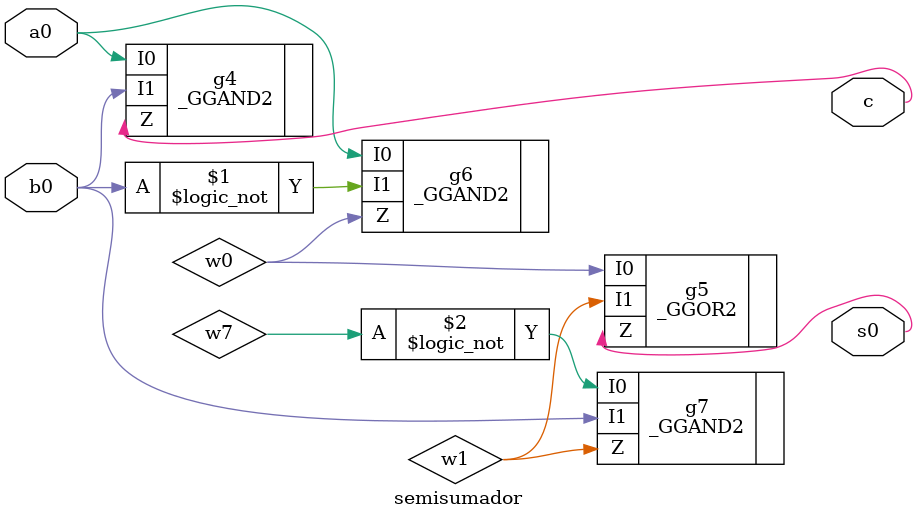
<source format=v>

`timescale 1ns/1ns

module main;    //: root_module
reg [3:0] B;    //: /sn:0 {0}(#:840,-120)(840,-105){1}
reg [3:0] A;    //: /sn:0 {0}(#:975,-82)(975,-62){1}
//: {2}(975,-61)(975,-44){3}
//: {4}(975,-43)(975,-26){5}
//: {6}(975,-25)(975,5){7}
//: {8}(975,6)(975,18){9}
reg a1;    //: /sn:0 {0}(99,138)(99,161)(170,161){1}
reg b1;    //: /sn:0 {0}(72,177)(170,177){1}
reg a0;    //: /sn:0 {0}(131,51)(131,88)(169,88){1}
reg b0;    //: /sn:0 {0}(61,70)(61,104)(169,104){1}
supply0 w9;    //: /sn:0 {0}(1196,69)(1196,66)(1163,66)(1163,81){1}
wire w6;    //: /sn:0 {0}(288,177)(424,177)(424,53){1}
wire w7;    //: /sn:0 {0}(288,161)(393,161)(393,54){1}
wire w16;    //: /sn:0 {0}(970,-43)(740,-43)(740,64){1}
wire w14;    //: /sn:0 {0}(708,-81)(708,47)(724,47)(724,64){1}
wire w19;    //: /sn:0 {0}(1229,198)(1229,211)(1064,211)(1064,58)(1048,58)(1048,65){1}
wire w4;    //: /sn:0 {0}(970,-61)(899,-61)(899,65){1}
wire w0;    //: /sn:0 {0}(834,186)(834,199)(854,199)(854,55)(867,55)(867,65){1}
wire w3;    //: /sn:0 {0}(287,88)(327,88)(327,56){1}
wire w21;    //: /sn:0 {0}(979,-25)(1080,-25)(1080,65){1}
wire w23;    //: /sn:0 {0}(832,185)(1080,185)(1080,179){1}
wire w20;    //: /sn:0 {0}(728,-81)(728,50)(1064,50)(1064,65){1}
wire w1;    //: /sn:0 {0}(718,-81)(718,51)(883,51)(883,65){1}
wire w25;    //: /sn:0 {0}(738,-81)(738,54)(1212,54)(1212,69){1}
wire w18;    //: /sn:0 {0}(740,178)(740,208)(741,208)(741,223){1}
wire w8;    //: /sn:0 {0}(708,64)(708,54)(723,54)(723,83)(884,83)(884,189)(899,189)(899,179){1}
wire w22;    //: /sn:0 {0}(1064,179)(1064,199)(1064,199)(1064,222){1}
wire w17;    //: /sn:0 {0}(724,178)(724,203)(724,203)(724,222){1}
wire [1:0] w12;    //: /sn:0 {0}(#:723,-87)(723,-106)(838,-106){1}
wire w2;    //: /sn:0 {0}(287,104)(356,104)(356,55){1}
wire w27;    //: /sn:0 {0}(1212,183)(1212,197)(1212,197)(1212,222){1}
wire w5;    //: /sn:0 {0}(883,179)(883,203)(883,203)(883,222){1}
wire w29;    //: /sn:0 {0}(1228,198)(1228,183){1}
wire w26;    //: /sn:0 {0}(979,6)(1228,6)(1228,69){1}
//: enddecls

  //: LED g8 (w2) @(356,48) /sn:0 /w:[ 1 ] /type:0
  //: SWITCH g4 (a1) @(99,125) /sn:0 /R:3 /w:[ 0 ] /st:0 /dn:1
  sumador g13 (.a(w21), .b(w20), .cin(w19), .cout(w23), .s(w22));   //: @(1032, 66) /sz:(64, 112) /R:3 /sn:0 /p:[ Ti0>1 Ti1>1 Ti2>1 Bo0<1 Bo1<0 ]
  //: SWITCH g3 (b0) @(61,57) /sn:0 /R:3 /w:[ 0 ] /st:0 /dn:1
  //: SWITCH g2 (a0) @(131,38) /sn:0 /R:3 /w:[ 0 ] /st:0 /dn:1
  semisumador g1 (.a0(a1), .b0(b1), .c(w7), .s0(w6));   //: @(171, 145) /sz:(116, 48) /sn:0 /p:[ Li0>1 Li1>1 Ro0<0 Ro1<0 ]
  //: DIP g11 (B) @(840,-130) /sn:0 /w:[ 0 ] /st:0 /dn:1
  //: DIP g16 (A) @(975,-92) /sn:0 /w:[ 0 ] /st:0 /dn:1
  sumador g10 (.a(w4), .b(w1), .cin(w0), .cout(w8), .s(w5));   //: @(851, 66) /sz:(64, 112) /R:3 /sn:0 /p:[ Ti0>1 Ti1>1 Ti2>1 Bo0<1 Bo1<0 ]
  //: LED g27 (w18) @(741,230) /sn:0 /R:2 /w:[ 1 ] /type:0
  assign w4 = A[2]; //: TAP g19 @(973,-61) /sn:0 /R:2 /w:[ 0 2 1 ] /ss:0
  //: LED g6 (w3) @(327,49) /sn:0 /w:[ 1 ] /type:0
  //: LED g9 (w6) @(424,46) /sn:0 /w:[ 1 ] /type:0
  //: LED g7 (w7) @(393,47) /sn:0 /w:[ 1 ] /type:0
  assign w16 = A[3]; //: TAP g20 @(973,-43) /sn:0 /R:2 /w:[ 0 4 3 ] /ss:0
  //: LED g15 (w27) @(1212,229) /sn:0 /R:2 /w:[ 1 ] /type:0
  //: LED g25 (w5) @(883,229) /sn:0 /R:2 /w:[ 1 ] /type:0
  assign w26 = A[0]; //: TAP g17 @(973,6) /sn:0 /R:2 /w:[ 0 8 7 ] /ss:1
  sumador g14 (.a(w26), .b(w25), .cin(w9), .cout(w29), .s(w27));   //: @(1180, 70) /sz:(64, 112) /R:3 /sn:0 /p:[ Ti0>1 Ti1>1 Ti2>0 Bo0<1 Bo1<0 ]
  //: SWITCH g5 (b1) @(55,177) /sn:0 /w:[ 0 ] /st:0 /dn:1
  //: LED g24 (w17) @(724,229) /sn:0 /R:2 /w:[ 1 ] /type:0
  //: GROUND g21 (w9) @(1163,87) /sn:0 /w:[ 1 ]
  //: LED g26 (w22) @(1064,229) /sn:0 /R:2 /w:[ 1 ] /type:0
  tran g22[1:0] ({w25, w20, w1, w14}, w12);   //: @(723,-86) /sn:0 /R:1 /dr:0 /tp:0 /drp:-1 /w:[ 0 0 0 0 0 ]
  semisumador g0 (.a0(a0), .b0(b0), .c(w3), .s0(w2));   //: @(170, 72) /sz:(116, 48) /sn:0 /p:[ Li0>1 Li1>1 Ro0<0 Ro1<0 ]
  assign w21 = A[1]; //: TAP g18 @(973,-25) /sn:0 /R:2 /w:[ 0 6 5 ] /ss:1
  sumador g12 (.a(w16), .b(w14), .cin(w8), .cout(w18), .s(w17));   //: @(692, 65) /sz:(64, 112) /R:3 /sn:0 /p:[ Ti0>1 Ti1>1 Ti2>0 Bo0<0 Bo1<0 ]

endmodule
//: /netlistEnd

//: /netlistBegin sumador
module sumador(s, b, a, cout, cin);
//: interface  /sz:(112, 64) /bd:[ Li0>cin(48/64) Li1>b(32/64) Li2>a(16/64) Ro0<s(32/64) Ro1<cout(16/64) ] /pd: 0 /pi: 0 /pe: 1 /pp: 1
input b;    //: /sn:0 {0}(158,203)(185,203){1}
//: {2}(189,203)(363,203)(363,118)(371,118){3}
//: {4}(187,201)(187,183)(239,183){5}
//: {6}(187,205)(187,226)(240,226){7}
input cin;    //: /sn:0 {0}(169,108)(197,108){1}
//: {2}(201,108)(371,108){3}
//: {4}(199,110)(199,130){5}
//: {6}(201,132)(238,132){7}
//: {8}(199,134)(199,178)(239,178){9}
output s;    //: /sn:0 {0}(392,113)(445,113){1}
input a;    //: /sn:0 {0}(160,149)(205,149){1}
//: {2}(209,149)(319,149)(319,113)(371,113){3}
//: {4}(207,151)(207,221)(240,221){5}
output cout;    //: /sn:0 {0}(315,181)(398,181){1}
wire w3;    //: /sn:0 {0}(294,186)(276,186)(276,224)(261,224){1}
wire w0;    //: /sn:0 {0}(294,176)(273,176)(273,135)(259,135){1}
wire w1;    //: /sn:0 {0}(294,181)(260,181){1}
wire w10;    //: /sn:0 {0}(207,168)(218,168){1}
//: {2}(220,166)(220,137)(238,137){3}
//: {4}(220,170)(220,172){5}
//: enddecls

  _GGAND2 #(6) g8 (.I0(cin), .I1(b), .Z(w1));   //: @(250,181) /sn:0 /w:[ 9 5 1 ]
  //: OUT g4 (s) @(442,113) /sn:0 /w:[ 1 ]
  //: joint g13 (b) @(187, 203) /w:[ 2 4 1 6 ]
  _GGXOR3 #(11) g3 (.I0(cin), .I1(a), .I2(b), .Z(s));   //: @(382,113) /sn:0 /w:[ 3 3 3 0 ]
  //: IN g2 (b) @(156,203) /sn:0 /w:[ 0 ]
  //: IN g1 (a) @(158,149) /sn:0 /w:[ 0 ]
  //: joint g11 (cin) @(199, 132) /w:[ 6 5 -1 8 ]
  //: joint g10 (cin) @(199, 108) /w:[ 2 -1 1 4 ]
  //: OUT g6 (cout) @(395,181) /sn:0 /w:[ 1 ]
  _GGAND2 #(6) g9 (.I0(cin), .I1(w10), .Z(w0));   //: @(249,135) /sn:0 /w:[ 7 3 1 ]
  _GGAND2 #(6) g7 (.I0(a), .I1(b), .Z(w3));   //: @(251,224) /sn:0 /w:[ 5 7 1 ]
  //: joint g14 (w10) @(220, 168) /w:[ -1 2 1 4 ]
  _GGOR3 #(8) g5 (.I0(w0), .I1(w1), .I2(w3), .Z(cout));   //: @(305,181) /sn:0 /w:[ 0 0 0 0 ]
  //: IN g0 (cin) @(167,108) /sn:0 /w:[ 0 ]
  //: joint g12 (a) @(207, 149) /w:[ 2 -1 1 4 ]

endmodule
//: /netlistEnd

//: /netlistBegin semisumador
module semisumador(c, s0, b0, a0);
//: interface  /sz:(116, 48) /bd:[ Li0>b0(32/48) Li1>a0(16/48) Ro0<s0(32/48) Ro1<c(16/48) ] /pd: 0 /pi: 0 /pe: 1 /pp: 1
output s0;    //: /sn:0 {0}(236,44)(160,44){1}
input a0;    //: /sn:0 {0}(-2,43)(36,43){1}
//: {2}(40,43)(43,43)(43,98)(56,98){3}
//: {4}(38,41)(38,26)(63,26){5}
input b0;    //: /sn:0 {0}(2,112)(16,112){1}
//: {2}(20,112)(43,112)(43,103)(56,103){3}
//: {4}(18,110)(18,61){5}
//: {6}(20,59)(62,59){7}
//: {8}(18,57)(18,31)(63,31){9}
output c;    //: /sn:0 {0}(176,101)(77,101){1}
wire w7;    //: /sn:0 {0}(5,43)(5,54)(62,54){1}
wire w0;    //: /sn:0 {0}(84,29)(124,29)(124,41)(139,41){1}
wire w1;    //: /sn:0 {0}(83,57)(124,57)(124,46)(139,46){1}
//: enddecls

  //: joint g8 (b0) @(18, 112) /w:[ 2 4 1 -1 ]
  _GGAND2 #(6) g4 (.I0(a0), .I1(b0), .Z(c));   //: @(67,101) /sn:0 /w:[ 3 3 1 ]
  //: OUT g3 (c) @(173,101) /sn:0 /w:[ 0 ]
  //: OUT g2 (s0) @(233,44) /sn:0 /w:[ 0 ]
  //: IN g1 (b0) @(0,112) /sn:0 /w:[ 0 ]
  //: joint g10 (a0) @(38, 43) /w:[ 2 4 1 -1 ]
  _GGAND2 #(6) g6 (.I0(a0), .I1(!b0), .Z(w0));   //: @(74,29) /sn:0 /w:[ 5 9 0 ]
  //: joint g9 (b0) @(18, 59) /w:[ 6 8 -1 5 ]
  _GGAND2 #(6) g7 (.I0(!w7), .I1(b0), .Z(w1));   //: @(73,57) /sn:0 /w:[ 1 7 0 ]
  _GGOR2 #(6) g5 (.I0(w0), .I1(w1), .Z(s0));   //: @(150,44) /sn:0 /w:[ 1 1 1 ]
  //: IN g0 (a0) @(-4,43) /sn:0 /w:[ 0 ]

endmodule
//: /netlistEnd

</source>
